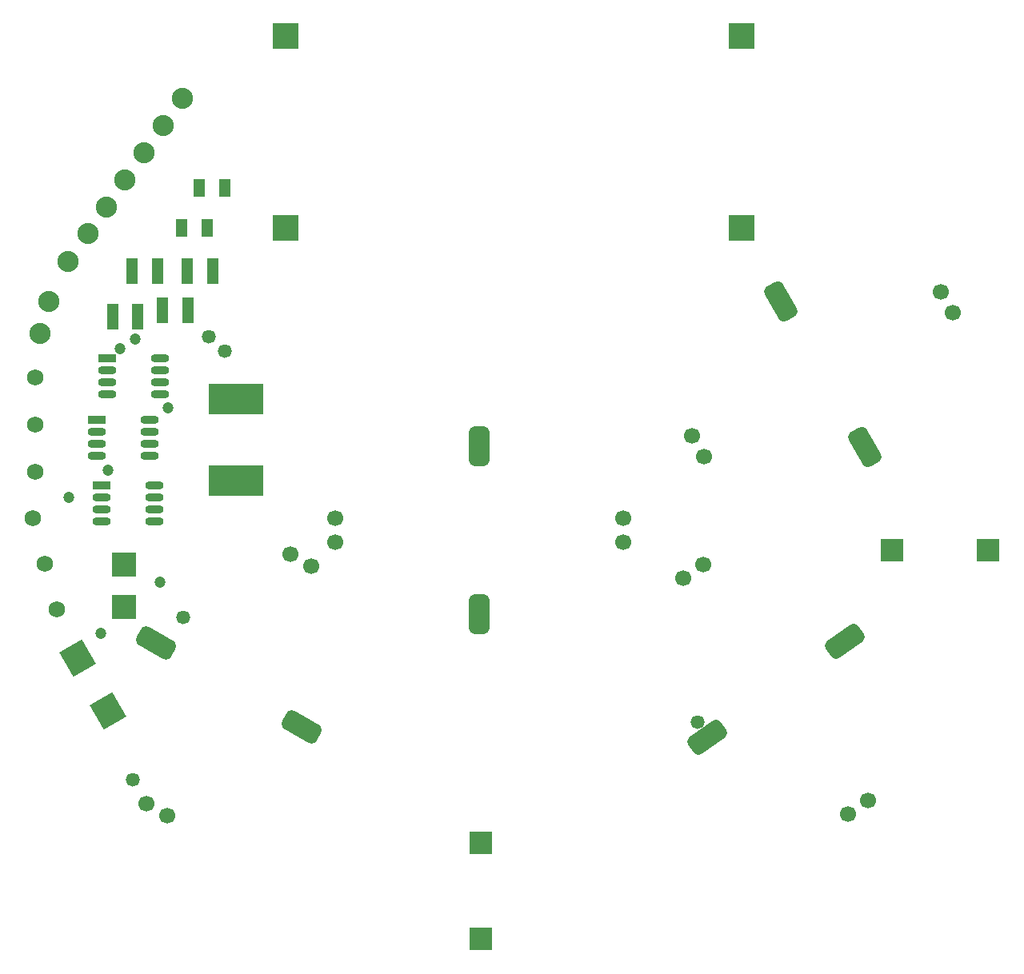
<source format=gts>
G04 Layer_Color=8388736*
%FSLAX42Y42*%
%MOMM*%
G71*
G01*
G75*
G04:AMPARAMS|DCode=36|XSize=4.2mm|YSize=2.2mm|CornerRadius=0.6mm|HoleSize=0mm|Usage=FLASHONLY|Rotation=35.000|XOffset=0mm|YOffset=0mm|HoleType=Round|Shape=RoundedRectangle|*
%AMROUNDEDRECTD36*
21,1,4.20,1.00,0,0,35.0*
21,1,3.00,2.20,0,0,35.0*
1,1,1.20,1.52,0.45*
1,1,1.20,-0.94,-1.27*
1,1,1.20,-1.52,-0.45*
1,1,1.20,0.94,1.27*
%
%ADD36ROUNDEDRECTD36*%
G04:AMPARAMS|DCode=37|XSize=4.2mm|YSize=2.2mm|CornerRadius=0.6mm|HoleSize=0mm|Usage=FLASHONLY|Rotation=120.000|XOffset=0mm|YOffset=0mm|HoleType=Round|Shape=RoundedRectangle|*
%AMROUNDEDRECTD37*
21,1,4.20,1.00,0,0,120.0*
21,1,3.00,2.20,0,0,120.0*
1,1,1.20,-0.32,1.55*
1,1,1.20,1.18,-1.05*
1,1,1.20,0.32,-1.55*
1,1,1.20,-1.18,1.05*
%
%ADD37ROUNDEDRECTD37*%
%ADD38R,1.30X2.80*%
%ADD39R,1.30X1.90*%
G04:AMPARAMS|DCode=40|XSize=4.2mm|YSize=2.2mm|CornerRadius=0.6mm|HoleSize=0mm|Usage=FLASHONLY|Rotation=90.000|XOffset=0mm|YOffset=0mm|HoleType=Round|Shape=RoundedRectangle|*
%AMROUNDEDRECTD40*
21,1,4.20,1.00,0,0,90.0*
21,1,3.00,2.20,0,0,90.0*
1,1,1.20,0.50,1.50*
1,1,1.20,0.50,-1.50*
1,1,1.20,-0.50,-1.50*
1,1,1.20,-0.50,1.50*
%
%ADD40ROUNDEDRECTD40*%
%ADD41O,1.95X0.87*%
%ADD42R,1.95X0.87*%
G04:AMPARAMS|DCode=43|XSize=4.2mm|YSize=2.2mm|CornerRadius=0.6mm|HoleSize=0mm|Usage=FLASHONLY|Rotation=330.000|XOffset=0mm|YOffset=0mm|HoleType=Round|Shape=RoundedRectangle|*
%AMROUNDEDRECTD43*
21,1,4.20,1.00,0,0,330.0*
21,1,3.00,2.20,0,0,330.0*
1,1,1.20,1.05,-1.18*
1,1,1.20,-1.55,0.32*
1,1,1.20,-1.05,1.18*
1,1,1.20,1.55,-0.32*
%
%ADD43ROUNDEDRECTD43*%
%ADD44R,2.50X2.50*%
G04:AMPARAMS|DCode=45|XSize=2.97mm|YSize=2.75mm|CornerRadius=0mm|HoleSize=0mm|Usage=FLASHONLY|Rotation=120.000|XOffset=0mm|YOffset=0mm|HoleType=Round|Shape=Rectangle|*
%AMROTATEDRECTD45*
4,1,4,1.94,-0.60,-0.45,-1.98,-1.94,0.60,0.45,1.98,1.94,-0.60,0.0*
%
%ADD45ROTATEDRECTD45*%

%ADD46R,5.79X3.25*%
%ADD47C,2.24*%
%ADD48C,1.70*%
%ADD49R,2.49X2.49*%
%ADD50R,2.49X2.49*%
%ADD51R,2.74X2.74*%
%ADD52C,1.73*%
%ADD53C,1.20*%
%ADD54C,1.47*%
D36*
X12696Y10031D02*
D03*
X14152Y11051D02*
D03*
D37*
X14364Y13111D02*
D03*
X13475Y14651D02*
D03*
D38*
X7198Y14973D02*
D03*
X7468D02*
D03*
X6405Y14491D02*
D03*
X6675D02*
D03*
X6613Y14973D02*
D03*
X6883D02*
D03*
X6931Y14554D02*
D03*
X7201D02*
D03*
D39*
X7404Y15430D02*
D03*
X7134D02*
D03*
X7595Y15850D02*
D03*
X7325D02*
D03*
D40*
X10287Y11341D02*
D03*
Y13119D02*
D03*
D41*
X6846Y12319D02*
D03*
Y12446D02*
D03*
Y12573D02*
D03*
Y12700D02*
D03*
X6287Y12319D02*
D03*
Y12446D02*
D03*
Y12573D02*
D03*
X6796Y13018D02*
D03*
Y13145D02*
D03*
Y13271D02*
D03*
Y13399D02*
D03*
X6236Y13018D02*
D03*
Y13145D02*
D03*
Y13271D02*
D03*
X6910Y13665D02*
D03*
Y13792D02*
D03*
Y13919D02*
D03*
Y14046D02*
D03*
X6350Y13665D02*
D03*
Y13792D02*
D03*
Y13919D02*
D03*
D42*
X6287Y12700D02*
D03*
X6236Y13399D02*
D03*
X6350Y14046D02*
D03*
D43*
X6868Y11036D02*
D03*
X8407Y10147D02*
D03*
D44*
X6528Y11862D02*
D03*
Y11412D02*
D03*
D45*
X6359Y10313D02*
D03*
X6037Y10871D02*
D03*
D46*
X7709Y12751D02*
D03*
Y13619D02*
D03*
D47*
X5939Y15076D02*
D03*
X7142Y16798D02*
D03*
X6941Y16511D02*
D03*
X6740Y16224D02*
D03*
X6540Y15938D02*
D03*
X6339Y15651D02*
D03*
X6145Y15369D02*
D03*
X5639Y14313D02*
D03*
X5730Y14651D02*
D03*
D48*
X14402Y9365D02*
D03*
X14194Y9220D02*
D03*
X12654Y11862D02*
D03*
X12446Y11717D02*
D03*
X15176Y14753D02*
D03*
X15303Y14533D02*
D03*
X12536Y13229D02*
D03*
X12663Y13009D02*
D03*
X11811Y12357D02*
D03*
Y12103D02*
D03*
X8763Y12357D02*
D03*
Y12103D02*
D03*
X6985Y9208D02*
D03*
X6766Y9335D02*
D03*
X8509Y11848D02*
D03*
X8290Y11975D02*
D03*
D49*
X10300Y8915D02*
D03*
Y7899D02*
D03*
D50*
X14656Y12014D02*
D03*
X15672D02*
D03*
D51*
X13068Y17462D02*
D03*
Y15430D02*
D03*
X8242D02*
D03*
Y17462D02*
D03*
D52*
X5588Y13848D02*
D03*
Y13348D02*
D03*
Y12847D02*
D03*
X5560Y12358D02*
D03*
X5690Y11875D02*
D03*
X5819Y11391D02*
D03*
D53*
X6642Y14249D02*
D03*
X5946Y12573D02*
D03*
X6355Y12860D02*
D03*
X6279Y11138D02*
D03*
X6906Y11676D02*
D03*
X6485Y14148D02*
D03*
X6990Y13520D02*
D03*
D54*
X6617Y9589D02*
D03*
X7150Y11303D02*
D03*
X12598Y10198D02*
D03*
X7595Y14122D02*
D03*
X7429Y14275D02*
D03*
M02*

</source>
